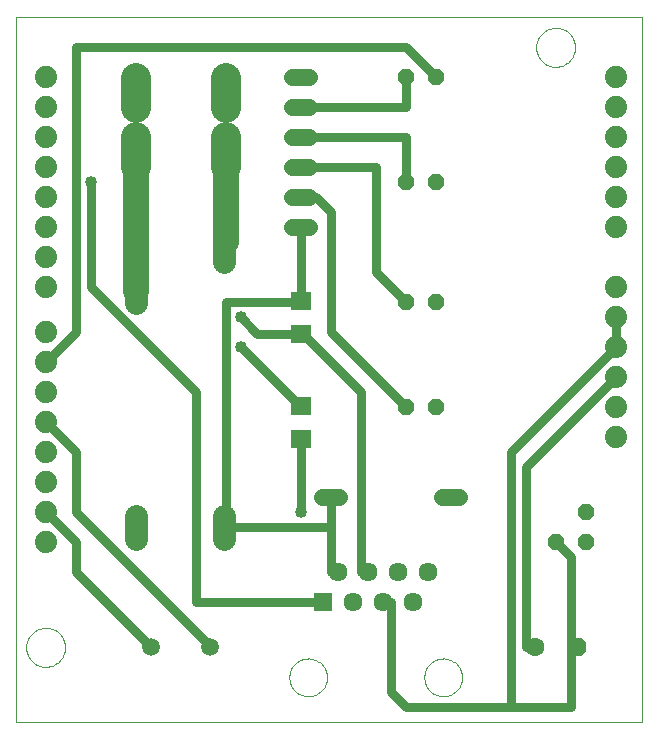
<source format=gtl>
G75*
G70*
%OFA0B0*%
%FSLAX24Y24*%
%IPPOS*%
%LPD*%
%AMOC8*
5,1,8,0,0,1.08239X$1,22.5*
%
%ADD10C,0.0000*%
%ADD11C,0.0740*%
%ADD12R,0.0709X0.0630*%
%ADD13OC8,0.0560*%
%ADD14C,0.0560*%
%ADD15C,0.0594*%
%ADD16C,0.0634*%
%ADD17R,0.0634X0.0634*%
%ADD18C,0.0780*%
%ADD19OC8,0.0630*%
%ADD20C,0.0630*%
%ADD21C,0.1000*%
%ADD22C,0.0300*%
%ADD23C,0.0400*%
%ADD24C,0.0860*%
D10*
X000504Y002903D02*
X000504Y026399D01*
X021374Y026399D01*
X021374Y002903D01*
X000504Y002903D01*
X000854Y005403D02*
X000856Y005453D01*
X000862Y005503D01*
X000872Y005553D01*
X000885Y005601D01*
X000902Y005649D01*
X000923Y005695D01*
X000947Y005739D01*
X000975Y005781D01*
X001006Y005821D01*
X001040Y005858D01*
X001077Y005893D01*
X001116Y005924D01*
X001157Y005953D01*
X001201Y005978D01*
X001247Y006000D01*
X001294Y006018D01*
X001342Y006032D01*
X001391Y006043D01*
X001441Y006050D01*
X001491Y006053D01*
X001542Y006052D01*
X001592Y006047D01*
X001642Y006038D01*
X001690Y006026D01*
X001738Y006009D01*
X001784Y005989D01*
X001829Y005966D01*
X001872Y005939D01*
X001912Y005909D01*
X001950Y005876D01*
X001985Y005840D01*
X002018Y005801D01*
X002047Y005760D01*
X002073Y005717D01*
X002096Y005672D01*
X002115Y005625D01*
X002130Y005577D01*
X002142Y005528D01*
X002150Y005478D01*
X002154Y005428D01*
X002154Y005378D01*
X002150Y005328D01*
X002142Y005278D01*
X002130Y005229D01*
X002115Y005181D01*
X002096Y005134D01*
X002073Y005089D01*
X002047Y005046D01*
X002018Y005005D01*
X001985Y004966D01*
X001950Y004930D01*
X001912Y004897D01*
X001872Y004867D01*
X001829Y004840D01*
X001784Y004817D01*
X001738Y004797D01*
X001690Y004780D01*
X001642Y004768D01*
X001592Y004759D01*
X001542Y004754D01*
X001491Y004753D01*
X001441Y004756D01*
X001391Y004763D01*
X001342Y004774D01*
X001294Y004788D01*
X001247Y004806D01*
X001201Y004828D01*
X001157Y004853D01*
X001116Y004882D01*
X001077Y004913D01*
X001040Y004948D01*
X001006Y004985D01*
X000975Y005025D01*
X000947Y005067D01*
X000923Y005111D01*
X000902Y005157D01*
X000885Y005205D01*
X000872Y005253D01*
X000862Y005303D01*
X000856Y005353D01*
X000854Y005403D01*
X009624Y004403D02*
X009626Y004453D01*
X009632Y004503D01*
X009642Y004552D01*
X009656Y004600D01*
X009673Y004647D01*
X009694Y004692D01*
X009719Y004736D01*
X009747Y004777D01*
X009779Y004816D01*
X009813Y004853D01*
X009850Y004887D01*
X009890Y004917D01*
X009932Y004944D01*
X009976Y004968D01*
X010022Y004989D01*
X010069Y005005D01*
X010117Y005018D01*
X010167Y005027D01*
X010216Y005032D01*
X010267Y005033D01*
X010317Y005030D01*
X010366Y005023D01*
X010415Y005012D01*
X010463Y004997D01*
X010509Y004979D01*
X010554Y004957D01*
X010597Y004931D01*
X010638Y004902D01*
X010677Y004870D01*
X010713Y004835D01*
X010745Y004797D01*
X010775Y004757D01*
X010802Y004714D01*
X010825Y004670D01*
X010844Y004624D01*
X010860Y004576D01*
X010872Y004527D01*
X010880Y004478D01*
X010884Y004428D01*
X010884Y004378D01*
X010880Y004328D01*
X010872Y004279D01*
X010860Y004230D01*
X010844Y004182D01*
X010825Y004136D01*
X010802Y004092D01*
X010775Y004049D01*
X010745Y004009D01*
X010713Y003971D01*
X010677Y003936D01*
X010638Y003904D01*
X010597Y003875D01*
X010554Y003849D01*
X010509Y003827D01*
X010463Y003809D01*
X010415Y003794D01*
X010366Y003783D01*
X010317Y003776D01*
X010267Y003773D01*
X010216Y003774D01*
X010167Y003779D01*
X010117Y003788D01*
X010069Y003801D01*
X010022Y003817D01*
X009976Y003838D01*
X009932Y003862D01*
X009890Y003889D01*
X009850Y003919D01*
X009813Y003953D01*
X009779Y003990D01*
X009747Y004029D01*
X009719Y004070D01*
X009694Y004114D01*
X009673Y004159D01*
X009656Y004206D01*
X009642Y004254D01*
X009632Y004303D01*
X009626Y004353D01*
X009624Y004403D01*
X014124Y004403D02*
X014126Y004453D01*
X014132Y004503D01*
X014142Y004552D01*
X014156Y004600D01*
X014173Y004647D01*
X014194Y004692D01*
X014219Y004736D01*
X014247Y004777D01*
X014279Y004816D01*
X014313Y004853D01*
X014350Y004887D01*
X014390Y004917D01*
X014432Y004944D01*
X014476Y004968D01*
X014522Y004989D01*
X014569Y005005D01*
X014617Y005018D01*
X014667Y005027D01*
X014716Y005032D01*
X014767Y005033D01*
X014817Y005030D01*
X014866Y005023D01*
X014915Y005012D01*
X014963Y004997D01*
X015009Y004979D01*
X015054Y004957D01*
X015097Y004931D01*
X015138Y004902D01*
X015177Y004870D01*
X015213Y004835D01*
X015245Y004797D01*
X015275Y004757D01*
X015302Y004714D01*
X015325Y004670D01*
X015344Y004624D01*
X015360Y004576D01*
X015372Y004527D01*
X015380Y004478D01*
X015384Y004428D01*
X015384Y004378D01*
X015380Y004328D01*
X015372Y004279D01*
X015360Y004230D01*
X015344Y004182D01*
X015325Y004136D01*
X015302Y004092D01*
X015275Y004049D01*
X015245Y004009D01*
X015213Y003971D01*
X015177Y003936D01*
X015138Y003904D01*
X015097Y003875D01*
X015054Y003849D01*
X015009Y003827D01*
X014963Y003809D01*
X014915Y003794D01*
X014866Y003783D01*
X014817Y003776D01*
X014767Y003773D01*
X014716Y003774D01*
X014667Y003779D01*
X014617Y003788D01*
X014569Y003801D01*
X014522Y003817D01*
X014476Y003838D01*
X014432Y003862D01*
X014390Y003889D01*
X014350Y003919D01*
X014313Y003953D01*
X014279Y003990D01*
X014247Y004029D01*
X014219Y004070D01*
X014194Y004114D01*
X014173Y004159D01*
X014156Y004206D01*
X014142Y004254D01*
X014132Y004303D01*
X014126Y004353D01*
X014124Y004403D01*
X017854Y025403D02*
X017856Y025453D01*
X017862Y025503D01*
X017872Y025553D01*
X017885Y025601D01*
X017902Y025649D01*
X017923Y025695D01*
X017947Y025739D01*
X017975Y025781D01*
X018006Y025821D01*
X018040Y025858D01*
X018077Y025893D01*
X018116Y025924D01*
X018157Y025953D01*
X018201Y025978D01*
X018247Y026000D01*
X018294Y026018D01*
X018342Y026032D01*
X018391Y026043D01*
X018441Y026050D01*
X018491Y026053D01*
X018542Y026052D01*
X018592Y026047D01*
X018642Y026038D01*
X018690Y026026D01*
X018738Y026009D01*
X018784Y025989D01*
X018829Y025966D01*
X018872Y025939D01*
X018912Y025909D01*
X018950Y025876D01*
X018985Y025840D01*
X019018Y025801D01*
X019047Y025760D01*
X019073Y025717D01*
X019096Y025672D01*
X019115Y025625D01*
X019130Y025577D01*
X019142Y025528D01*
X019150Y025478D01*
X019154Y025428D01*
X019154Y025378D01*
X019150Y025328D01*
X019142Y025278D01*
X019130Y025229D01*
X019115Y025181D01*
X019096Y025134D01*
X019073Y025089D01*
X019047Y025046D01*
X019018Y025005D01*
X018985Y024966D01*
X018950Y024930D01*
X018912Y024897D01*
X018872Y024867D01*
X018829Y024840D01*
X018784Y024817D01*
X018738Y024797D01*
X018690Y024780D01*
X018642Y024768D01*
X018592Y024759D01*
X018542Y024754D01*
X018491Y024753D01*
X018441Y024756D01*
X018391Y024763D01*
X018342Y024774D01*
X018294Y024788D01*
X018247Y024806D01*
X018201Y024828D01*
X018157Y024853D01*
X018116Y024882D01*
X018077Y024913D01*
X018040Y024948D01*
X018006Y024985D01*
X017975Y025025D01*
X017947Y025067D01*
X017923Y025111D01*
X017902Y025157D01*
X017885Y025205D01*
X017872Y025253D01*
X017862Y025303D01*
X017856Y025353D01*
X017854Y025403D01*
D11*
X020504Y024403D03*
X020504Y023403D03*
X020504Y022403D03*
X020504Y021403D03*
X020504Y020403D03*
X020504Y019403D03*
X020504Y017403D03*
X020504Y016403D03*
X020504Y015403D03*
X020504Y014403D03*
X020504Y013403D03*
X020504Y012403D03*
X001504Y012903D03*
X001504Y013903D03*
X001504Y014903D03*
X001504Y015903D03*
X001504Y017403D03*
X001504Y018403D03*
X001504Y019403D03*
X001504Y020403D03*
X001504Y021403D03*
X001504Y022403D03*
X001504Y023403D03*
X001504Y024403D03*
X001504Y011903D03*
X001504Y010903D03*
X001504Y009903D03*
X001504Y008903D03*
D12*
X010004Y012351D03*
X010004Y013454D03*
X010004Y015851D03*
X010004Y016954D03*
D13*
X013504Y016903D03*
X014504Y016903D03*
X014504Y013403D03*
X013504Y013403D03*
X018504Y008903D03*
X019504Y008903D03*
X019504Y009903D03*
X014504Y020903D03*
X013504Y020903D03*
X013504Y024403D03*
X014504Y024403D03*
D14*
X010284Y024403D02*
X009724Y024403D01*
X009724Y023403D02*
X010284Y023403D01*
X010284Y022403D02*
X009724Y022403D01*
X009724Y021403D02*
X010284Y021403D01*
X010284Y020403D02*
X009724Y020403D01*
X009724Y019403D02*
X010284Y019403D01*
X010724Y010403D02*
X011284Y010403D01*
X014724Y010403D02*
X015284Y010403D01*
D15*
X006988Y005403D03*
X005020Y005403D03*
D16*
X011254Y007903D03*
X011754Y006903D03*
X012754Y006903D03*
X013254Y007903D03*
X014254Y007903D03*
X013754Y006903D03*
X012254Y007903D03*
D17*
X010754Y006903D03*
D18*
X007454Y009013D02*
X007454Y009793D01*
X004504Y009793D02*
X004504Y009013D01*
X004504Y016883D02*
X004504Y017663D01*
X007454Y018263D02*
X007454Y019043D01*
D19*
X019204Y005403D03*
D20*
X017804Y005403D03*
D21*
X007504Y021418D02*
X007504Y022418D01*
X007504Y023387D02*
X007504Y024387D01*
X004504Y024387D02*
X004504Y023387D01*
X004504Y022418D02*
X004504Y021418D01*
D22*
X003004Y020903D02*
X003004Y017403D01*
X006504Y013903D01*
X006504Y006903D01*
X010754Y006903D01*
X011004Y007903D02*
X011254Y007903D01*
X011004Y007903D02*
X011004Y009403D01*
X007504Y009403D01*
X007454Y009403D01*
X007504Y009403D02*
X007504Y016903D01*
X010004Y016903D01*
X010004Y016954D01*
X010004Y019403D01*
X010004Y020403D02*
X010504Y020403D01*
X011004Y019903D01*
X011004Y015903D01*
X013504Y013403D01*
X012004Y013903D02*
X012004Y007903D01*
X012254Y007903D01*
X012754Y006903D02*
X013004Y006903D01*
X013004Y003903D01*
X013504Y003403D01*
X017004Y003403D01*
X017004Y011903D01*
X020504Y015403D01*
X020504Y016403D01*
X020504Y014403D02*
X017504Y011403D01*
X017504Y005403D01*
X017804Y005403D01*
X019004Y005403D02*
X019204Y005403D01*
X019004Y005403D02*
X019004Y003403D01*
X017004Y003403D01*
X019004Y005403D02*
X019004Y008403D01*
X018504Y008903D01*
X012004Y013903D02*
X010004Y015903D01*
X010004Y015851D01*
X008555Y015851D01*
X008004Y016403D01*
X008004Y015403D02*
X010004Y013403D01*
X010004Y013454D01*
X010004Y012403D02*
X010004Y012351D01*
X010004Y009903D01*
X011004Y009403D02*
X011004Y010403D01*
X007004Y005403D02*
X006988Y005403D01*
X007004Y005403D02*
X002504Y009903D01*
X002504Y011903D01*
X001504Y012903D01*
X001504Y014903D02*
X002504Y015903D01*
X002504Y025403D01*
X013504Y025403D01*
X014504Y024403D01*
X013504Y024403D02*
X013504Y023403D01*
X010004Y023403D01*
X010004Y022403D02*
X013504Y022403D01*
X013504Y020903D01*
X012504Y021403D02*
X012504Y017903D01*
X013504Y016903D01*
X012504Y021403D02*
X010004Y021403D01*
X007504Y018903D02*
X007454Y018653D01*
X001504Y009903D02*
X002504Y008903D01*
X002504Y007903D01*
X005004Y005403D01*
X005020Y005403D01*
D23*
X010004Y009903D03*
X008004Y015403D03*
X008004Y016403D03*
X003004Y020903D03*
D24*
X004504Y021918D02*
X004504Y017273D01*
X007504Y018903D02*
X007504Y021918D01*
M02*

</source>
